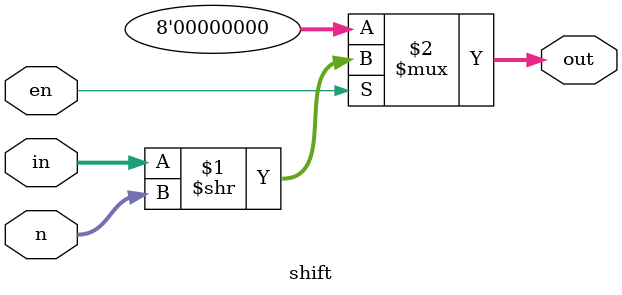
<source format=v>
`timescale 1ns/1ns

module shift(input[7:0] in, input en, input [2:0] n, output [7:0] out);
	assign out = en ? in >> n : 8'd0;
	
endmodule

</source>
